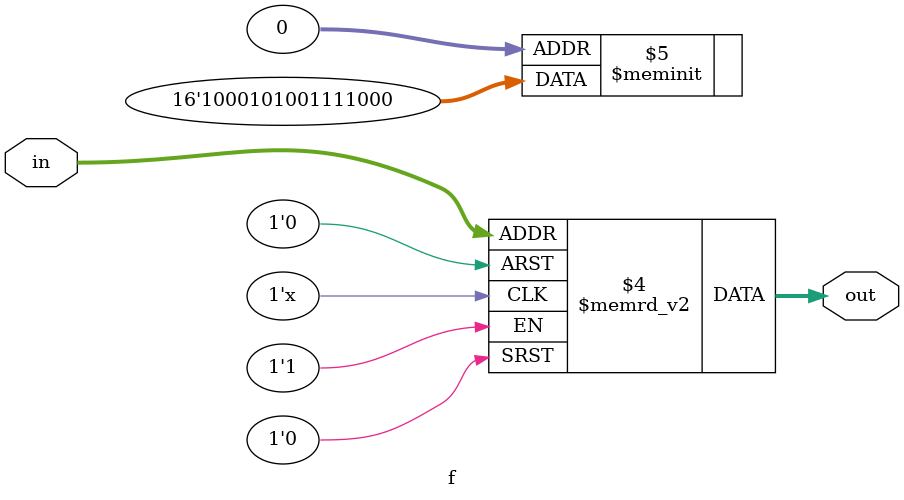
<source format=sv>
module f(input[2:0] in, output[1:0] out);
	always @(*)
	case(in)
		3'b000: out = 2'b00; //apagado continua apagado até reset
		3'b001: out = 2'b10; //verde p amarelo
		3'b010: out = 2'b11; //amarelo p vermelho
		3'b011: out = 2'b01; //vermelho p verde
		
		//casos quando A está ativo//
		3'b100: out = 2'b10;
		3'b101: out = 2'b10;
		3'b110: out = 2'b00;
		3'b111: out = 2'b10;
		
	endcase
endmodule

</source>
